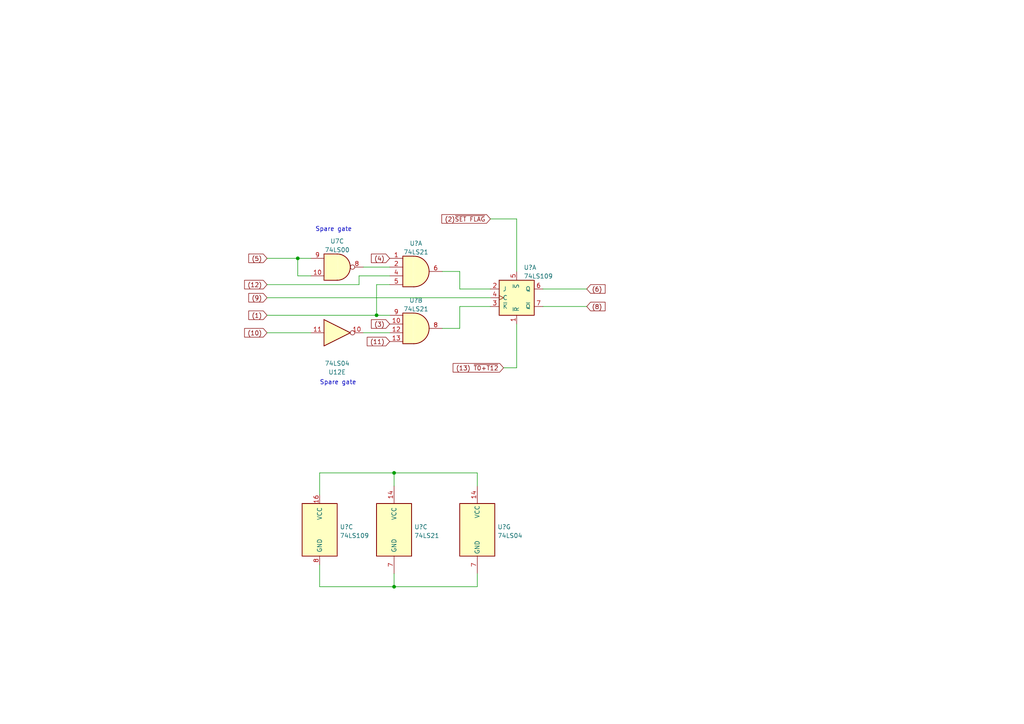
<source format=kicad_sch>
(kicad_sch (version 20211123) (generator eeschema)
  (paper "A4")
  (lib_symbols
    (symbol "74xx:74LS00" (pin_names (offset 1.016))
      (property "Reference" "U" (at 0 1.27 0))
      (property "Value" "74LS00" (at 0 -1.27 0))
      (symbol "74LS00_1_1"
        (arc (start 0 -3.81) (mid 3.81 0) (end 0 3.81) (stroke (width 0.254)) (fill (type background)))
        (polyline (pts (xy 0 3.81) (xy -3.81 3.81) (xy -3.81 -3.81) (xy 0 -3.81)) (stroke (width 0.254)) (fill (type background)))
        (pin input line (at -7.62 2.54 0) (length 3.81) (name "~") (number "1"))
        (pin input line (at -7.62 -2.54 0) (length 3.81) (name "~") (number "2"))
        (pin output inverted (at 7.62 0 180) (length 3.81) (name "~") (number "3"))
      )
      (symbol "74LS00_1_2"
        (arc (start -3.81 -3.81) (mid -2.589 0) (end -3.81 3.81) (stroke (width 0.254)))
        (arc (start -0.6096 -3.81) (mid 2.1842 -2.5851) (end 3.81 0) (stroke (width 0.254)) (fill (type background)))
        (polyline (pts (xy -3.81 -3.81) (xy -0.635 -3.81)) (stroke (width 0.254)) (fill (type background)))
        (polyline (pts (xy -3.81 3.81) (xy -0.635 3.81)) (stroke (width 0.254)) (fill (type background)))
        (polyline (pts (xy -0.635 3.81) (xy -3.81 3.81) (xy -3.81 3.81) (xy -3.556 3.4036) (xy -3.0226 2.2606) (xy -2.6924 1.0414) (xy -2.6162 -0.254) (xy -2.7686 -1.4986) (xy -3.175 -2.7178) (xy -3.81 -3.81) (xy -3.81 -3.81) (xy -0.635 -3.81)) (stroke (width -25.4)) (fill (type background)))
        (arc (start 3.81 0) (mid 2.1915 2.5936) (end -0.6096 3.81) (stroke (width 0.254)) (fill (type background)))
        (pin input inverted (at -7.62 2.54 0) (length 4.318) (name "~") (number "1"))
        (pin input inverted (at -7.62 -2.54 0) (length 4.318) (name "~") (number "2"))
        (pin output line (at 7.62 0 180) (length 3.81) (name "~") (number "3"))
      )
      (symbol "74LS00_2_1"
        (arc (start 0 -3.81) (mid 3.81 0) (end 0 3.81) (stroke (width 0.254)) (fill (type background)))
        (polyline (pts (xy 0 3.81) (xy -3.81 3.81) (xy -3.81 -3.81) (xy 0 -3.81)) (stroke (width 0.254)) (fill (type background)))
        (pin input line (at -7.62 2.54 0) (length 3.81) (name "~") (number "4"))
        (pin input line (at -7.62 -2.54 0) (length 3.81) (name "~") (number "5"))
        (pin output inverted (at 7.62 0 180) (length 3.81) (name "~") (number "6"))
      )
      (symbol "74LS00_2_2"
        (arc (start -3.81 -3.81) (mid -2.589 0) (end -3.81 3.81) (stroke (width 0.254)))
        (arc (start -0.6096 -3.81) (mid 2.1842 -2.5851) (end 3.81 0) (stroke (width 0.254)) (fill (type background)))
        (polyline (pts (xy -3.81 -3.81) (xy -0.635 -3.81)) (stroke (width 0.254)) (fill (type background)))
        (polyline (pts (xy -3.81 3.81) (xy -0.635 3.81)) (stroke (width 0.254)) (fill (type background)))
        (polyline (pts (xy -0.635 3.81) (xy -3.81 3.81) (xy -3.81 3.81) (xy -3.556 3.4036) (xy -3.0226 2.2606) (xy -2.6924 1.0414) (xy -2.6162 -0.254) (xy -2.7686 -1.4986) (xy -3.175 -2.7178) (xy -3.81 -3.81) (xy -3.81 -3.81) (xy -0.635 -3.81)) (stroke (width -25.4)) (fill (type background)))
        (arc (start 3.81 0) (mid 2.1915 2.5936) (end -0.6096 3.81) (stroke (width 0.254)) (fill (type background)))
        (pin input inverted (at -7.62 2.54 0) (length 4.318) (name "~") (number "4"))
        (pin input inverted (at -7.62 -2.54 0) (length 4.318) (name "~") (number "5"))
        (pin output line (at 7.62 0 180) (length 3.81) (name "~") (number "6"))
      )
      (symbol "74LS00_3_1"
        (arc (start 0 -3.81) (mid 3.81 0) (end 0 3.81) (stroke (width 0.254)) (fill (type background)))
        (polyline (pts (xy 0 3.81) (xy -3.81 3.81) (xy -3.81 -3.81) (xy 0 -3.81)) (stroke (width 0.254)) (fill (type background)))
        (pin input line (at -7.62 -2.54 0) (length 3.81) (name "~") (number "10"))
        (pin output inverted (at 7.62 0 180) (length 3.81) (name "~") (number "8"))
        (pin input line (at -7.62 2.54 0) (length 3.81) (name "~") (number "9"))
      )
      (symbol "74LS00_3_2"
        (arc (start -3.81 -3.81) (mid -2.589 0) (end -3.81 3.81) (stroke (width 0.254)))
        (arc (start -0.6096 -3.81) (mid 2.1842 -2.5851) (end 3.81 0) (stroke (width 0.254)) (fill (type background)))
        (polyline (pts (xy -3.81 -3.81) (xy -0.635 -3.81)) (stroke (width 0.254)) (fill (type background)))
        (polyline (pts (xy -3.81 3.81) (xy -0.635 3.81)) (stroke (width 0.254)) (fill (type background)))
        (polyline (pts (xy -0.635 3.81) (xy -3.81 3.81) (xy -3.81 3.81) (xy -3.556 3.4036) (xy -3.0226 2.2606) (xy -2.6924 1.0414) (xy -2.6162 -0.254) (xy -2.7686 -1.4986) (xy -3.175 -2.7178) (xy -3.81 -3.81) (xy -3.81 -3.81) (xy -0.635 -3.81)) (stroke (width -25.4)) (fill (type background)))
        (arc (start 3.81 0) (mid 2.1915 2.5936) (end -0.6096 3.81) (stroke (width 0.254)) (fill (type background)))
        (pin input inverted (at -7.62 -2.54 0) (length 4.318) (name "~") (number "10"))
        (pin output line (at 7.62 0 180) (length 3.81) (name "~") (number "8"))
        (pin input inverted (at -7.62 2.54 0) (length 4.318) (name "~") (number "9"))
      )
      (symbol "74LS00_4_1"
        (arc (start 0 -3.81) (mid 3.81 0) (end 0 3.81) (stroke (width 0.254)) (fill (type background)))
        (polyline (pts (xy 0 3.81) (xy -3.81 3.81) (xy -3.81 -3.81) (xy 0 -3.81)) (stroke (width 0.254)) (fill (type background)))
        (pin output inverted (at 7.62 0 180) (length 3.81) (name "~") (number "11"))
        (pin input line (at -7.62 2.54 0) (length 3.81) (name "~") (number "12"))
        (pin input line (at -7.62 -2.54 0) (length 3.81) (name "~") (number "13"))
      )
      (symbol "74LS00_4_2"
        (arc (start -3.81 -3.81) (mid -2.589 0) (end -3.81 3.81) (stroke (width 0.254)))
        (arc (start -0.6096 -3.81) (mid 2.1842 -2.5851) (end 3.81 0) (stroke (width 0.254)) (fill (type background)))
        (polyline (pts (xy -3.81 -3.81) (xy -0.635 -3.81)) (stroke (width 0.254)) (fill (type background)))
        (polyline (pts (xy -3.81 3.81) (xy -0.635 3.81)) (stroke (width 0.254)) (fill (type background)))
        (polyline (pts (xy -0.635 3.81) (xy -3.81 3.81) (xy -3.81 3.81) (xy -3.556 3.4036) (xy -3.0226 2.2606) (xy -2.6924 1.0414) (xy -2.6162 -0.254) (xy -2.7686 -1.4986) (xy -3.175 -2.7178) (xy -3.81 -3.81) (xy -3.81 -3.81) (xy -0.635 -3.81)) (stroke (width -25.4)) (fill (type background)))
        (arc (start 3.81 0) (mid 2.1915 2.5936) (end -0.6096 3.81) (stroke (width 0.254)) (fill (type background)))
        (pin output line (at 7.62 0 180) (length 3.81) (name "~") (number "11"))
        (pin input inverted (at -7.62 2.54 0) (length 4.318) (name "~") (number "12"))
        (pin input inverted (at -7.62 -2.54 0) (length 4.318) (name "~") (number "13"))
      )
      (symbol "74LS00_5_0"
        (pin power_in line (at 0 12.7 270) (length 5.08) (name "VCC") (number "14"))
        (pin power_in line (at 0 -12.7 90) (length 5.08) (name "GND") (number "7"))
      )
      (symbol "74LS00_5_1"
        (rectangle (start -5.08 7.62) (end 5.08 -7.62) (stroke (width 0.254)) (fill (type background)))
      )
    )
    (symbol "74xx:74LS04"
      (property "Reference" "U" (at 0 1.27 0))
      (property "Value" "74LS04" (at 0 -1.27 0))
      (symbol "74LS04_1_0"
        (polyline (pts (xy -3.81 3.81) (xy -3.81 -3.81) (xy 3.81 0) (xy -3.81 3.81)) (stroke (width 0.254)) (fill (type background)))
        (pin input line (at -7.62 0 0) (length 3.81) (name "~") (number "1"))
        (pin output inverted (at 7.62 0 180) (length 3.81) (name "~") (number "2"))
      )
      (symbol "74LS04_2_0"
        (polyline (pts (xy -3.81 3.81) (xy -3.81 -3.81) (xy 3.81 0) (xy -3.81 3.81)) (stroke (width 0.254)) (fill (type background)))
        (pin input line (at -7.62 0 0) (length 3.81) (name "~") (number "3"))
        (pin output inverted (at 7.62 0 180) (length 3.81) (name "~") (number "4"))
      )
      (symbol "74LS04_3_0"
        (polyline (pts (xy -3.81 3.81) (xy -3.81 -3.81) (xy 3.81 0) (xy -3.81 3.81)) (stroke (width 0.254)) (fill (type background)))
        (pin input line (at -7.62 0 0) (length 3.81) (name "~") (number "5"))
        (pin output inverted (at 7.62 0 180) (length 3.81) (name "~") (number "6"))
      )
      (symbol "74LS04_4_0"
        (polyline (pts (xy -3.81 3.81) (xy -3.81 -3.81) (xy 3.81 0) (xy -3.81 3.81)) (stroke (width 0.254)) (fill (type background)))
        (pin output inverted (at 7.62 0 180) (length 3.81) (name "~") (number "8"))
        (pin input line (at -7.62 0 0) (length 3.81) (name "~") (number "9"))
      )
      (symbol "74LS04_5_0"
        (polyline (pts (xy -3.81 3.81) (xy -3.81 -3.81) (xy 3.81 0) (xy -3.81 3.81)) (stroke (width 0.254)) (fill (type background)))
        (pin output inverted (at 7.62 0 180) (length 3.81) (name "~") (number "10"))
        (pin input line (at -7.62 0 0) (length 3.81) (name "~") (number "11"))
      )
      (symbol "74LS04_6_0"
        (polyline (pts (xy -3.81 3.81) (xy -3.81 -3.81) (xy 3.81 0) (xy -3.81 3.81)) (stroke (width 0.254)) (fill (type background)))
        (pin output inverted (at 7.62 0 180) (length 3.81) (name "~") (number "12"))
        (pin input line (at -7.62 0 0) (length 3.81) (name "~") (number "13"))
      )
      (symbol "74LS04_7_0"
        (pin power_in line (at 0 12.7 270) (length 5.08) (name "VCC") (number "14"))
        (pin power_in line (at 0 -12.7 90) (length 5.08) (name "GND") (number "7"))
      )
      (symbol "74LS04_7_1"
        (rectangle (start -5.08 7.62) (end 5.08 -7.62) (stroke (width 0.254)) (fill (type background)))
      )
    )
    (symbol "74xx:74LS109" (pin_names (offset 1.016))
      (property "Reference" "U" (at -7.62 8.89 0))
      (property "Value" "74LS109" (at -7.62 -8.89 0))
      (symbol "74LS109_1_0"
        (pin input line (at 0 -7.62 90) (length 2.54) (name "~{R}") (number "1"))
        (pin input line (at -7.62 2.54 0) (length 2.54) (name "J") (number "2"))
        (pin input line (at -7.62 -2.54 0) (length 2.54) (name "~{K}") (number "3"))
        (pin input clock (at -7.62 0 0) (length 2.54) (name "C") (number "4"))
        (pin input line (at 0 7.62 270) (length 2.54) (name "~{S}") (number "5"))
        (pin output line (at 7.62 2.54 180) (length 2.54) (name "Q") (number "6"))
        (pin output line (at 7.62 -2.54 180) (length 2.54) (name "~{Q}") (number "7"))
      )
      (symbol "74LS109_1_1"
        (rectangle (start -5.08 5.08) (end 5.08 -5.08) (stroke (width 0.254)) (fill (type background)))
      )
      (symbol "74LS109_2_0"
        (pin output line (at 7.62 2.54 180) (length 2.54) (name "Q") (number "10"))
        (pin input line (at 0 7.62 270) (length 2.54) (name "~{S}") (number "11"))
        (pin input clock (at -7.62 0 0) (length 2.54) (name "C") (number "12"))
        (pin input line (at -7.62 -2.54 0) (length 2.54) (name "~{K}") (number "13"))
        (pin input line (at -7.62 2.54 0) (length 2.54) (name "J") (number "14"))
        (pin input line (at 0 -7.62 90) (length 2.54) (name "~{R}") (number "15"))
        (pin output line (at 7.62 -2.54 180) (length 2.54) (name "~{Q}") (number "9"))
      )
      (symbol "74LS109_2_1"
        (rectangle (start -5.08 5.08) (end 5.08 -5.08) (stroke (width 0.254)) (fill (type background)))
      )
      (symbol "74LS109_3_0"
        (pin power_in line (at 0 10.16 270) (length 2.54) (name "VCC") (number "16"))
        (pin power_in line (at 0 -10.16 90) (length 2.54) (name "GND") (number "8"))
      )
      (symbol "74LS109_3_1"
        (rectangle (start -5.08 7.62) (end 5.08 -7.62) (stroke (width 0.254)) (fill (type background)))
      )
    )
    (symbol "74xx:74LS21" (pin_names (offset 1.016))
      (property "Reference" "U" (at 0 1.27 0))
      (property "Value" "74LS21" (at 0 -1.27 0))
      (symbol "74LS21_1_1"
        (arc (start -0.635 -4.445) (mid 3.81 0) (end -0.635 4.445) (stroke (width 0.254)) (fill (type background)))
        (polyline (pts (xy -0.635 4.445) (xy -3.81 4.445) (xy -3.81 -4.445) (xy -0.635 -4.445)) (stroke (width 0.254)) (fill (type background)))
        (pin input line (at -7.62 3.81 0) (length 3.81) (name "~") (number "1"))
        (pin input line (at -7.62 1.27 0) (length 3.81) (name "~") (number "2"))
        (pin input line (at -7.62 -1.27 0) (length 3.81) (name "~") (number "4"))
        (pin input line (at -7.62 -3.81 0) (length 3.81) (name "~") (number "5"))
        (pin output line (at 7.62 0 180) (length 3.81) (name "~") (number "6"))
      )
      (symbol "74LS21_1_2"
        (arc (start -3.81 -4.445) (mid -2.5908 0) (end -3.81 4.445) (stroke (width 0.254)))
        (arc (start -0.6096 -4.445) (mid 2.2246 -2.8422) (end 3.81 0) (stroke (width 0.254)) (fill (type background)))
        (polyline (pts (xy -3.81 -4.445) (xy -0.635 -4.445)) (stroke (width 0.254)) (fill (type background)))
        (polyline (pts (xy -3.81 4.445) (xy -0.635 4.445)) (stroke (width 0.254)) (fill (type background)))
        (polyline (pts (xy -0.635 4.445) (xy -3.81 4.445) (xy -3.81 4.445) (xy -3.6322 4.0894) (xy -3.0988 2.921) (xy -2.7686 1.6764) (xy -2.6162 0.4318) (xy -2.6416 -0.8636) (xy -2.8702 -2.1082) (xy -3.2512 -3.3274) (xy -3.81 -4.445) (xy -3.81 -4.445) (xy -0.635 -4.445)) (stroke (width -25.4)) (fill (type background)))
        (arc (start 3.81 0) (mid 2.2204 2.8379) (end -0.6096 4.445) (stroke (width 0.254)) (fill (type background)))
        (pin input inverted (at -7.62 3.81 0) (length 3.81) (name "~") (number "1"))
        (pin input inverted (at -7.62 1.27 0) (length 4.826) (name "~") (number "2"))
        (pin input inverted (at -7.62 -1.27 0) (length 4.826) (name "~") (number "4"))
        (pin input inverted (at -7.62 -3.81 0) (length 3.81) (name "~") (number "5"))
        (pin output inverted (at 7.62 0 180) (length 3.81) (name "~") (number "6"))
      )
      (symbol "74LS21_2_1"
        (arc (start -0.635 -4.445) (mid 3.81 0) (end -0.635 4.445) (stroke (width 0.254)) (fill (type background)))
        (polyline (pts (xy -0.635 4.445) (xy -3.81 4.445) (xy -3.81 -4.445) (xy -0.635 -4.445)) (stroke (width 0.254)) (fill (type background)))
        (pin input line (at -7.62 1.27 0) (length 3.81) (name "~") (number "10"))
        (pin input line (at -7.62 -1.27 0) (length 3.81) (name "~") (number "12"))
        (pin input line (at -7.62 -3.81 0) (length 3.81) (name "~") (number "13"))
        (pin output line (at 7.62 0 180) (length 3.81) (name "~") (number "8"))
        (pin input line (at -7.62 3.81 0) (length 3.81) (name "~") (number "9"))
      )
      (symbol "74LS21_2_2"
        (arc (start -3.81 -4.445) (mid -2.5908 0) (end -3.81 4.445) (stroke (width 0.254)))
        (arc (start -0.6096 -4.445) (mid 2.2246 -2.8422) (end 3.81 0) (stroke (width 0.254)) (fill (type background)))
        (polyline (pts (xy -3.81 -4.445) (xy -0.635 -4.445)) (stroke (width 0.254)) (fill (type background)))
        (polyline (pts (xy -3.81 4.445) (xy -0.635 4.445)) (stroke (width 0.254)) (fill (type background)))
        (polyline (pts (xy -0.635 4.445) (xy -3.81 4.445) (xy -3.81 4.445) (xy -3.6322 4.0894) (xy -3.0988 2.921) (xy -2.7686 1.6764) (xy -2.6162 0.4318) (xy -2.6416 -0.8636) (xy -2.8702 -2.1082) (xy -3.2512 -3.3274) (xy -3.81 -4.445) (xy -3.81 -4.445) (xy -0.635 -4.445)) (stroke (width -25.4)) (fill (type background)))
        (arc (start 3.81 0) (mid 2.2204 2.8379) (end -0.6096 4.445) (stroke (width 0.254)) (fill (type background)))
        (pin input inverted (at -7.62 1.27 0) (length 4.826) (name "~") (number "10"))
        (pin input inverted (at -7.62 -1.27 0) (length 4.826) (name "~") (number "12"))
        (pin input inverted (at -7.62 -3.81 0) (length 3.81) (name "~") (number "13"))
        (pin output inverted (at 7.62 0 180) (length 3.81) (name "~") (number "8"))
        (pin input inverted (at -7.62 3.81 0) (length 3.81) (name "~") (number "9"))
      )
      (symbol "74LS21_3_0"
        (pin power_in line (at 0 12.7 270) (length 5.08) (name "VCC") (number "14"))
        (pin power_in line (at 0 -12.7 90) (length 5.08) (name "GND") (number "7"))
      )
      (symbol "74LS21_3_1"
        (rectangle (start -5.08 7.62) (end 5.08 -7.62) (stroke (width 0.254)) (fill (type background)))
      )
    )
  )
  (junction (at 86.36 74.93))
  (junction (at 114.3 137.16))
  (junction (at 109.22 91.44))
  (junction (at 114.3 170.18))
  (wire (pts (xy 77.47 91.44) (xy 109.22 91.44)))
  (wire (pts (xy 77.47 96.52) (xy 90.17 96.52)))
  (wire (pts (xy 113.03 82.55) (xy 109.22 82.55)))
  (wire (pts (xy 114.3 137.16) (xy 114.3 140.97)))
  (wire (pts (xy 77.47 74.93) (xy 86.36 74.93)))
  (wire (pts (xy 138.43 137.16) (xy 138.43 140.97)))
  (wire (pts (xy 149.86 78.74) (xy 149.86 63.5)))
  (wire (pts (xy 92.71 163.83) (xy 92.71 170.18)))
  (wire (pts (xy 92.71 137.16) (xy 114.3 137.16)))
  (wire (pts (xy 146.05 106.68) (xy 149.86 106.68)))
  (wire (pts (xy 157.48 88.9) (xy 170.18 88.9)))
  (wire (pts (xy 92.71 143.51) (xy 92.71 137.16)))
  (wire (pts (xy 86.36 80.01) (xy 90.17 80.01)))
  (wire (pts (xy 138.43 170.18) (xy 138.43 166.37)))
  (wire (pts (xy 114.3 166.37) (xy 114.3 170.18)))
  (wire (pts (xy 105.41 77.47) (xy 113.03 77.47)))
  (wire (pts (xy 142.24 63.5) (xy 149.86 63.5)))
  (wire (pts (xy 105.41 96.52) (xy 113.03 96.52)))
  (wire (pts (xy 128.27 78.74) (xy 133.35 78.74)))
  (wire (pts (xy 149.86 93.98) (xy 149.86 106.68)))
  (wire (pts (xy 77.47 86.36) (xy 142.24 86.36)))
  (wire (pts (xy 133.35 88.9) (xy 142.24 88.9)))
  (wire (pts (xy 133.35 78.74) (xy 133.35 83.82)))
  (wire (pts (xy 113.03 80.01) (xy 104.14 80.01)))
  (wire (pts (xy 128.27 95.25) (xy 133.35 95.25)))
  (wire (pts (xy 90.17 74.93) (xy 86.36 74.93)))
  (wire (pts (xy 157.48 83.82) (xy 170.18 83.82)))
  (wire (pts (xy 92.71 170.18) (xy 114.3 170.18)))
  (wire (pts (xy 104.14 80.01) (xy 104.14 82.55)))
  (wire (pts (xy 109.22 82.55) (xy 109.22 91.44)))
  (wire (pts (xy 109.22 91.44) (xy 113.03 91.44)))
  (wire (pts (xy 104.14 82.55) (xy 77.47 82.55)))
  (wire (pts (xy 133.35 95.25) (xy 133.35 88.9)))
  (wire (pts (xy 114.3 137.16) (xy 138.43 137.16)))
  (wire (pts (xy 114.3 170.18) (xy 138.43 170.18)))
  (wire (pts (xy 133.35 83.82) (xy 142.24 83.82)))
  (wire (pts (xy 86.36 74.93) (xy 86.36 80.01)))
  (text "Spare gate" (at 92.71 111.76 0) (effects (font (size 1.27 1.27)) (justify left bottom)))
  (text "Spare gate" (at 91.44 67.31 0) (effects (font (size 1.27 1.27)) (justify left bottom)))
  (global_label "(4)" (shape input) (at 113.03 74.93 180) (property "Intersheet References" "${INTERSHEET_REFS}" (effects hide)))
  (global_label "(2)~{SET FLAG}" (shape input) (at 142.24 63.5 180) (property "Intersheet References" "${INTERSHEET_REFS}" (effects hide)))
  (global_label "(10)" (shape input) (at 77.47 96.52 180) (property "Intersheet References" "${INTERSHEET_REFS}" (effects hide)))
  (global_label "(13) ~{T0+T12}" (shape input) (at 146.05 106.68 180) (property "Intersheet References" "${INTERSHEET_REFS}" (effects hide)))
  (global_label "(1)" (shape input) (at 77.47 91.44 180) (property "Intersheet References" "${INTERSHEET_REFS}" (effects hide)))
  (global_label "(3)" (shape input) (at 113.03 93.98 180) (property "Intersheet References" "${INTERSHEET_REFS}" (effects hide)))
  (global_label "(11)" (shape input) (at 113.03 99.06 180) (property "Intersheet References" "${INTERSHEET_REFS}" (effects hide)))
  (global_label "(9)" (shape input) (at 77.47 86.36 180) (property "Intersheet References" "${INTERSHEET_REFS}" (effects hide)))
  (global_label "(12)" (shape input) (at 77.47 82.55 180) (property "Intersheet References" "${INTERSHEET_REFS}" (effects hide)))
  (global_label "(8)" (shape input) (at 170.18 88.9 0) (property "Intersheet References" "${INTERSHEET_REFS}" (effects hide)))
  (global_label "(5)" (shape input) (at 77.47 74.93 180) (property "Intersheet References" "${INTERSHEET_REFS}" (effects hide)))
  (global_label "(6)" (shape input) (at 170.18 83.82 0) (property "Intersheet References" "${INTERSHEET_REFS}" (effects hide)))
  (symbol (lib_id "74xx:74LS109") (at 92.71 153.67 0) (unit 3)
    (property "Reference" "U?" (at 98.552 152.8353 0) (effects (justify left)))
    (property "Value" "74LS109" (at 98.552 155.3722 0) (effects (justify left)))
    (property "Datasheet" "http://www.ti.com/lit/gpn/sn74LS109" (effects hide))
  )
  (symbol (lib_id "74xx:74LS00") (at 97.79 77.47 0) (unit 3)
    (property "Reference" "U7" (at 97.79 69.9602 0))
    (property "Value" "74LS00" (at 97.79 72.4971 0))
    (property "Datasheet" "http://www.ti.com/lit/gpn/sn74ls00" (effects hide))
  )
  (symbol (lib_id "74xx:74LS04") (at 97.79 96.52 0) (unit 5)
    (property "Reference" "U12" (at 97.79 107.95 0))
    (property "Value" "74LS04" (at 97.79 105.41 0))
    (property "Datasheet" "http://www.ti.com/lit/gpn/sn74LS04" (effects hide))
  )
  (symbol (lib_id "74xx:74LS21") (at 114.3 153.67 0) (unit 3)
    (property "Reference" "U?" (at 120.142 152.8353 0) (effects (justify left)))
    (property "Value" "74LS21" (at 120.142 155.3722 0) (effects (justify left)))
    (property "Datasheet" "http://www.ti.com/lit/gpn/sn74LS21" (effects hide))
  )
  (symbol (lib_id "74xx:74LS04") (at 138.43 153.67 0) (unit 7)
    (property "Reference" "U?" (at 144.272 152.8353 0) (effects (justify left)))
    (property "Value" "74LS04" (at 144.272 155.3722 0) (effects (justify left)))
    (property "Datasheet" "http://www.ti.com/lit/gpn/sn74LS04" (effects hide))
  )
  (symbol (lib_id "74xx:74LS21") (at 120.65 95.25 0) (unit 2)
    (property "Reference" "U?" (at 120.65 87.1052 0))
    (property "Value" "74LS21" (at 120.65 89.6421 0))
    (property "Datasheet" "http://www.ti.com/lit/gpn/sn74LS21" (effects hide))
  )
  (symbol (lib_id "74xx:74LS109") (at 149.86 86.36 0) (unit 1)
    (property "Reference" "U?" (at 151.8794 77.5802 0) (effects (justify left)))
    (property "Value" "74LS109" (at 151.8794 80.1171 0) (effects (justify left)))
    (property "Datasheet" "http://www.ti.com/lit/gpn/sn74LS109" (effects hide))
  )
  (symbol (lib_id "74xx:74LS21") (at 120.65 78.74 0) (unit 1)
    (property "Reference" "U?" (at 120.65 70.5952 0))
    (property "Value" "74LS21" (at 120.65 73.1321 0))
    (property "Datasheet" "http://www.ti.com/lit/gpn/sn74LS21" (effects hide))
  )
)
</source>
